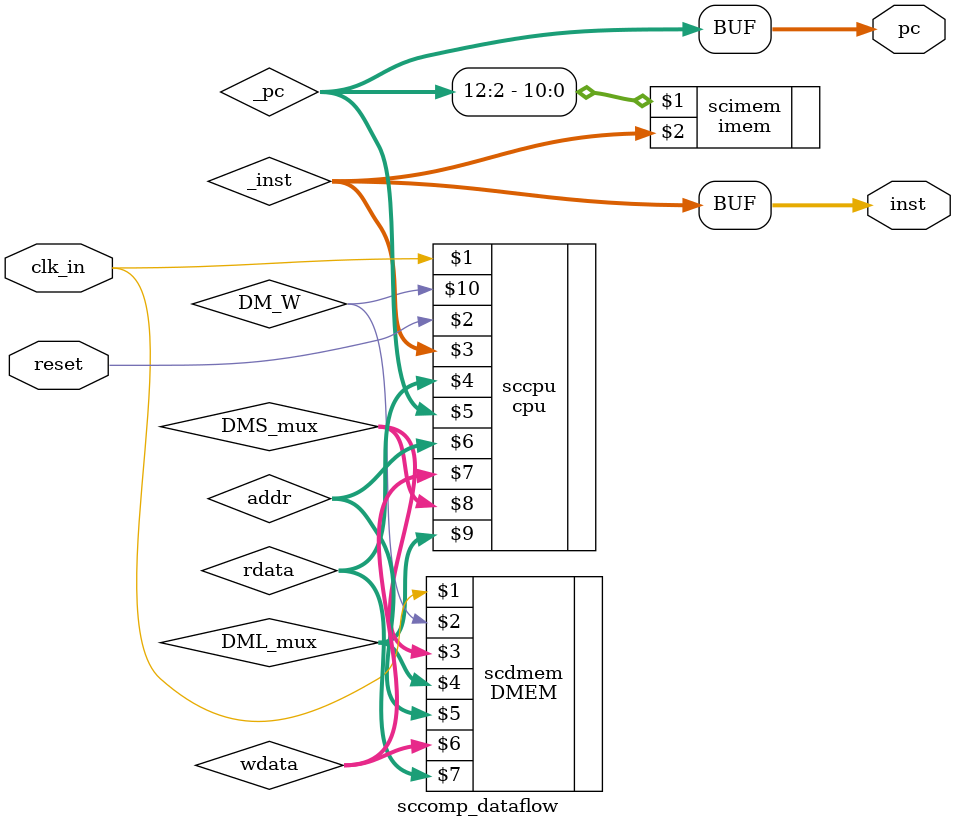
<source format=v>
`timescale 1ns / 1ps

module sccomp_dataflow(
    input clk_in,
    input reset,
    output [31 : 0] inst,
    output [31 : 0] pc
    );
	wire [31 : 0] _inst;
    wire [31 : 0] rdata;//DMEM
    wire [31 : 0] addr;//DMEM
    wire [31 : 0] wdata;//DMEM
    wire [1 : 0] DMS_mux;
    wire [2 : 0] DML_mux;
    wire [31 : 0] _pc;
    wire DM_W;
    
    assign inst = _inst;
    assign pc = _pc;
    
    cpu sccpu(clk_in, reset, _inst, rdata, _pc, addr, wdata, DMS_mux, DML_mux, DM_W);
    imem scimem(_pc[12 : 2], _inst);
    DMEM scdmem(clk_in, DM_W, DMS_mux, DML_mux, addr, wdata, rdata);
endmodule

</source>
